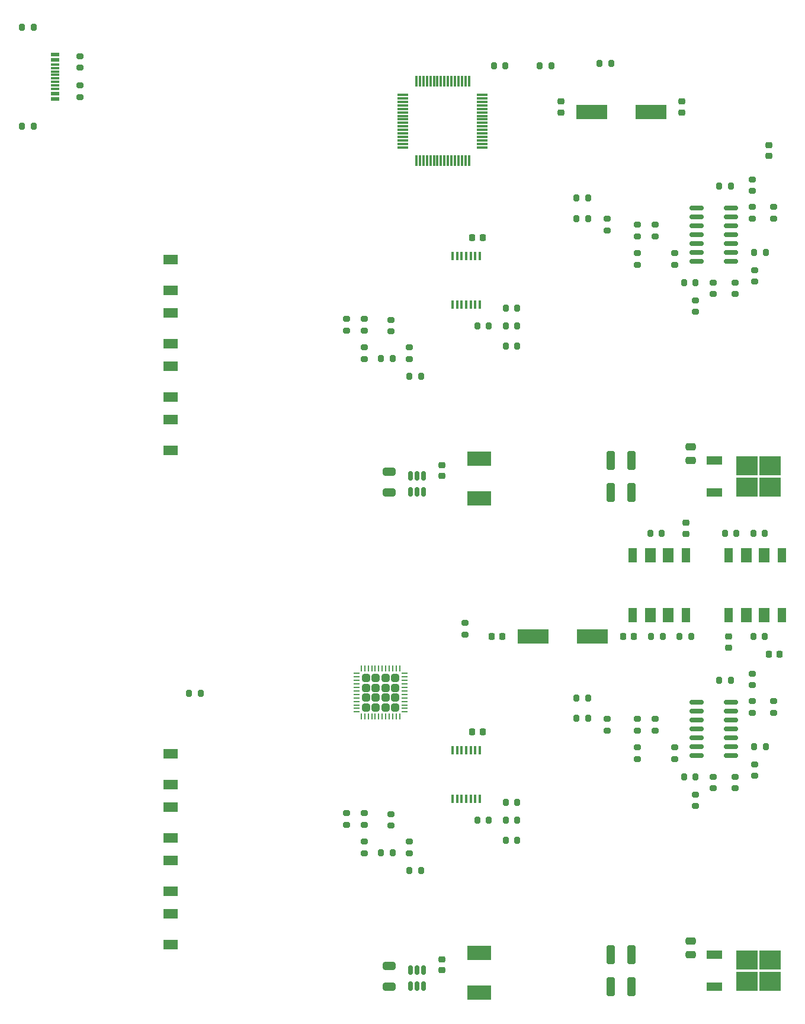
<source format=gbr>
%TF.GenerationSoftware,KiCad,Pcbnew,(6.0.7)*%
%TF.CreationDate,2022-10-24T14:53:43-04:00*%
%TF.ProjectId,LabPowerSupply,4c616250-6f77-4657-9253-7570706c792e,rev?*%
%TF.SameCoordinates,Original*%
%TF.FileFunction,Paste,Bot*%
%TF.FilePolarity,Positive*%
%FSLAX46Y46*%
G04 Gerber Fmt 4.6, Leading zero omitted, Abs format (unit mm)*
G04 Created by KiCad (PCBNEW (6.0.7)) date 2022-10-24 14:53:43*
%MOMM*%
%LPD*%
G01*
G04 APERTURE LIST*
G04 Aperture macros list*
%AMRoundRect*
0 Rectangle with rounded corners*
0 $1 Rounding radius*
0 $2 $3 $4 $5 $6 $7 $8 $9 X,Y pos of 4 corners*
0 Add a 4 corners polygon primitive as box body*
4,1,4,$2,$3,$4,$5,$6,$7,$8,$9,$2,$3,0*
0 Add four circle primitives for the rounded corners*
1,1,$1+$1,$2,$3*
1,1,$1+$1,$4,$5*
1,1,$1+$1,$6,$7*
1,1,$1+$1,$8,$9*
0 Add four rect primitives between the rounded corners*
20,1,$1+$1,$2,$3,$4,$5,0*
20,1,$1+$1,$4,$5,$6,$7,0*
20,1,$1+$1,$6,$7,$8,$9,0*
20,1,$1+$1,$8,$9,$2,$3,0*%
G04 Aperture macros list end*
%ADD10RoundRect,0.250000X-0.650000X0.325000X-0.650000X-0.325000X0.650000X-0.325000X0.650000X0.325000X0*%
%ADD11RoundRect,0.225000X-0.250000X0.225000X-0.250000X-0.225000X0.250000X-0.225000X0.250000X0.225000X0*%
%ADD12RoundRect,0.200000X0.275000X-0.200000X0.275000X0.200000X-0.275000X0.200000X-0.275000X-0.200000X0*%
%ADD13RoundRect,0.200000X0.200000X0.275000X-0.200000X0.275000X-0.200000X-0.275000X0.200000X-0.275000X0*%
%ADD14R,2.100000X1.400000*%
%ADD15RoundRect,0.250000X-0.325000X-1.100000X0.325000X-1.100000X0.325000X1.100000X-0.325000X1.100000X0*%
%ADD16RoundRect,0.200000X-0.200000X-0.275000X0.200000X-0.275000X0.200000X0.275000X-0.200000X0.275000X0*%
%ADD17RoundRect,0.200000X-0.275000X0.200000X-0.275000X-0.200000X0.275000X-0.200000X0.275000X0.200000X0*%
%ADD18RoundRect,0.075000X0.700000X0.075000X-0.700000X0.075000X-0.700000X-0.075000X0.700000X-0.075000X0*%
%ADD19RoundRect,0.075000X0.075000X0.700000X-0.075000X0.700000X-0.075000X-0.700000X0.075000X-0.700000X0*%
%ADD20R,0.400000X1.200000*%
%ADD21R,1.170000X2.000000*%
%ADD22R,1.520000X2.000000*%
%ADD23RoundRect,0.225000X0.250000X-0.225000X0.250000X0.225000X-0.250000X0.225000X-0.250000X-0.225000X0*%
%ADD24R,3.050000X2.750000*%
%ADD25R,2.200000X1.200000*%
%ADD26R,3.400000X2.000000*%
%ADD27RoundRect,0.250000X0.475000X-0.250000X0.475000X0.250000X-0.475000X0.250000X-0.475000X-0.250000X0*%
%ADD28RoundRect,0.225000X-0.225000X-0.250000X0.225000X-0.250000X0.225000X0.250000X-0.225000X0.250000X0*%
%ADD29RoundRect,0.225000X0.225000X0.250000X-0.225000X0.250000X-0.225000X-0.250000X0.225000X-0.250000X0*%
%ADD30RoundRect,0.150000X0.825000X0.150000X-0.825000X0.150000X-0.825000X-0.150000X0.825000X-0.150000X0*%
%ADD31R,4.500000X2.000000*%
%ADD32RoundRect,0.250000X0.315000X0.315000X-0.315000X0.315000X-0.315000X-0.315000X0.315000X-0.315000X0*%
%ADD33RoundRect,0.062500X0.375000X0.062500X-0.375000X0.062500X-0.375000X-0.062500X0.375000X-0.062500X0*%
%ADD34RoundRect,0.062500X0.062500X0.375000X-0.062500X0.375000X-0.062500X-0.375000X0.062500X-0.375000X0*%
%ADD35RoundRect,0.150000X0.150000X-0.512500X0.150000X0.512500X-0.150000X0.512500X-0.150000X-0.512500X0*%
%ADD36R,1.160000X0.600000*%
%ADD37R,1.160000X0.300000*%
G04 APERTURE END LIST*
D10*
%TO.C,C1_5V1*%
X90424000Y-96696000D03*
X90424000Y-99646000D03*
%TD*%
D11*
%TO.C,C2_5V1*%
X97917000Y-95745000D03*
X97917000Y-97295000D03*
%TD*%
D12*
%TO.C,R31_SVR1*%
X86868000Y-80581000D03*
X86868000Y-78931000D03*
%TD*%
%TO.C,R_USB2*%
X46228000Y-43180000D03*
X46228000Y-41530000D03*
%TD*%
%TO.C,R91_OA2*%
X125857000Y-137731000D03*
X125857000Y-136081000D03*
%TD*%
D13*
%TO.C,R13_LVR1*%
X108697000Y-78767500D03*
X107047000Y-78767500D03*
%TD*%
D14*
%TO.C,D2_BR1*%
X59192000Y-66380000D03*
X59192000Y-70780000D03*
%TD*%
D15*
%TO.C,C3_5V2*%
X122096000Y-170307000D03*
X125046000Y-170307000D03*
%TD*%
D16*
%TO.C,R_Reset1*%
X120460000Y-38354000D03*
X122110000Y-38354000D03*
%TD*%
D13*
%TO.C,R7_SVR2*%
X94932000Y-153705000D03*
X93282000Y-153705000D03*
%TD*%
D10*
%TO.C,C1_5V2*%
X90424000Y-167308000D03*
X90424000Y-170258000D03*
%TD*%
D16*
%TO.C,R2_SVR1*%
X89218000Y-80518000D03*
X90868000Y-80518000D03*
%TD*%
D17*
%TO.C,R12_OA2*%
X142272500Y-129477000D03*
X142272500Y-131127000D03*
%TD*%
D13*
%TO.C,R_Reset2*%
X63436000Y-128397000D03*
X61786000Y-128397000D03*
%TD*%
D16*
%TO.C,R4_LVR2*%
X102983000Y-146458500D03*
X104633000Y-146458500D03*
%TD*%
D18*
%TO.C,MCU_1*%
X103719000Y-42859000D03*
X103719000Y-43359000D03*
X103719000Y-43859000D03*
X103719000Y-44359000D03*
X103719000Y-44859000D03*
X103719000Y-45359000D03*
X103719000Y-45859000D03*
X103719000Y-46359000D03*
X103719000Y-46859000D03*
X103719000Y-47359000D03*
X103719000Y-47859000D03*
X103719000Y-48359000D03*
X103719000Y-48859000D03*
X103719000Y-49359000D03*
X103719000Y-49859000D03*
X103719000Y-50359000D03*
D19*
X101794000Y-52284000D03*
X101294000Y-52284000D03*
X100794000Y-52284000D03*
X100294000Y-52284000D03*
X99794000Y-52284000D03*
X99294000Y-52284000D03*
X98794000Y-52284000D03*
X98294000Y-52284000D03*
X97794000Y-52284000D03*
X97294000Y-52284000D03*
X96794000Y-52284000D03*
X96294000Y-52284000D03*
X95794000Y-52284000D03*
X95294000Y-52284000D03*
X94794000Y-52284000D03*
X94294000Y-52284000D03*
D18*
X92369000Y-50359000D03*
X92369000Y-49859000D03*
X92369000Y-49359000D03*
X92369000Y-48859000D03*
X92369000Y-48359000D03*
X92369000Y-47859000D03*
X92369000Y-47359000D03*
X92369000Y-46859000D03*
X92369000Y-46359000D03*
X92369000Y-45859000D03*
X92369000Y-45359000D03*
X92369000Y-44859000D03*
X92369000Y-44359000D03*
X92369000Y-43859000D03*
X92369000Y-43359000D03*
X92369000Y-42859000D03*
D19*
X94294000Y-40934000D03*
X94794000Y-40934000D03*
X95294000Y-40934000D03*
X95794000Y-40934000D03*
X96294000Y-40934000D03*
X96794000Y-40934000D03*
X97294000Y-40934000D03*
X97794000Y-40934000D03*
X98294000Y-40934000D03*
X98794000Y-40934000D03*
X99294000Y-40934000D03*
X99794000Y-40934000D03*
X100294000Y-40934000D03*
X100794000Y-40934000D03*
X101294000Y-40934000D03*
X101794000Y-40934000D03*
%TD*%
D20*
%TO.C,Inverter2*%
X103345000Y-143431500D03*
X102695000Y-143431500D03*
X102045000Y-143431500D03*
X101395000Y-143431500D03*
X100745000Y-143431500D03*
X100095000Y-143431500D03*
X99445000Y-143431500D03*
X99445000Y-136531500D03*
X100095000Y-136531500D03*
X100745000Y-136531500D03*
X101395000Y-136531500D03*
X102045000Y-136531500D03*
X102695000Y-136531500D03*
X103345000Y-136531500D03*
%TD*%
D21*
%TO.C,Optocoupler1*%
X138938000Y-108603000D03*
D22*
X141478000Y-108603000D03*
X144018000Y-108603000D03*
D21*
X146558000Y-108603000D03*
X146558000Y-117203000D03*
D22*
X144018000Y-117203000D03*
X141478000Y-117203000D03*
D21*
X138938000Y-117203000D03*
%TD*%
D17*
%TO.C,R_USB1*%
X46228000Y-37339000D03*
X46228000Y-38989000D03*
%TD*%
D13*
%TO.C,R2_LVR2*%
X108697000Y-143920500D03*
X107047000Y-143920500D03*
%TD*%
D14*
%TO.C,D1_BR1*%
X59192000Y-74000000D03*
X59192000Y-78400000D03*
%TD*%
D13*
%TO.C,R22_CS2*%
X118808000Y-131953000D03*
X117158000Y-131953000D03*
%TD*%
D16*
%TO.C,R4_LVR1*%
X102983000Y-75846500D03*
X104633000Y-75846500D03*
%TD*%
D23*
%TO.C,C_OPT2*%
X138938000Y-121806000D03*
X138938000Y-120256000D03*
%TD*%
D13*
%TO.C,R22_CS1*%
X118808000Y-60516000D03*
X117158000Y-60516000D03*
%TD*%
D16*
%TO.C,R_OPT2*%
X131890000Y-120269000D03*
X133540000Y-120269000D03*
%TD*%
D12*
%TO.C,R32_SVR1*%
X86868000Y-76517000D03*
X86868000Y-74867000D03*
%TD*%
D17*
%TO.C,R10_OA2*%
X128397000Y-132017000D03*
X128397000Y-133667000D03*
%TD*%
D23*
%TO.C,C5_SVR1*%
X144653000Y-51575000D03*
X144653000Y-50025000D03*
%TD*%
D17*
%TO.C,R7_OA2*%
X131223500Y-136081000D03*
X131223500Y-137731000D03*
%TD*%
D11*
%TO.C,C2_5V2*%
X97917000Y-166357000D03*
X97917000Y-167907000D03*
%TD*%
D13*
%TO.C,R2_Boot1*%
X106997000Y-38735000D03*
X105347000Y-38735000D03*
%TD*%
%TO.C,R13_LVR2*%
X108697000Y-149379500D03*
X107047000Y-149379500D03*
%TD*%
D11*
%TO.C,C_OPT1*%
X132842000Y-104000000D03*
X132842000Y-105550000D03*
%TD*%
D13*
%TO.C,R_CC2*%
X39560000Y-33211000D03*
X37910000Y-33211000D03*
%TD*%
D16*
%TO.C,R1_Boot1*%
X111926000Y-38735000D03*
X113576000Y-38735000D03*
%TD*%
D12*
%TO.C,R11_OA2*%
X136684500Y-141922000D03*
X136684500Y-140272000D03*
%TD*%
D17*
%TO.C,R6_SVR1*%
X84328000Y-74867000D03*
X84328000Y-76517000D03*
%TD*%
D24*
%TO.C,U_3V1*%
X141522000Y-98933000D03*
X144872000Y-98933000D03*
X141522000Y-95883000D03*
X144872000Y-95883000D03*
D25*
X136897000Y-99688000D03*
X136897000Y-95128000D03*
%TD*%
D12*
%TO.C,R41_SVR2*%
X90678000Y-147256000D03*
X90678000Y-145606000D03*
%TD*%
D26*
%TO.C,L_5V1*%
X103251000Y-94813000D03*
X103251000Y-100513000D03*
%TD*%
D27*
%TO.C,C2_3V2*%
X133477000Y-165669000D03*
X133477000Y-163769000D03*
%TD*%
D12*
%TO.C,R2_OA1*%
X145320500Y-60515000D03*
X145320500Y-58865000D03*
%TD*%
D13*
%TO.C,R7_SVR1*%
X94932000Y-83093000D03*
X93282000Y-83093000D03*
%TD*%
D16*
%TO.C,R6_OA1*%
X142590500Y-65405000D03*
X144240500Y-65405000D03*
%TD*%
%TO.C,R6_OA2*%
X142590500Y-136017000D03*
X144240500Y-136017000D03*
%TD*%
D13*
%TO.C,R3_LVR2*%
X108697000Y-146460500D03*
X107047000Y-146460500D03*
%TD*%
D16*
%TO.C,R3_CS2*%
X117158000Y-129032000D03*
X118808000Y-129032000D03*
%TD*%
D13*
%TO.C,R2_LVR1*%
X108697000Y-73308500D03*
X107047000Y-73308500D03*
%TD*%
D12*
%TO.C,R4_OA2*%
X134144500Y-144462000D03*
X134144500Y-142812000D03*
%TD*%
D16*
%TO.C,R_OPT5*%
X142431000Y-105537000D03*
X144081000Y-105537000D03*
%TD*%
%TO.C,R2_SVR2*%
X89218000Y-151130000D03*
X90868000Y-151130000D03*
%TD*%
D12*
%TO.C,R11_OA1*%
X136684500Y-71310000D03*
X136684500Y-69660000D03*
%TD*%
%TO.C,R41_SVR1*%
X90678000Y-76644000D03*
X90678000Y-74994000D03*
%TD*%
D28*
%TO.C,C1_Y2*%
X105016000Y-120269000D03*
X106566000Y-120269000D03*
%TD*%
D12*
%TO.C,R4_OA1*%
X134144500Y-73850000D03*
X134144500Y-72200000D03*
%TD*%
D13*
%TO.C,R8_OA2*%
X134207500Y-140335000D03*
X132557500Y-140335000D03*
%TD*%
D12*
%TO.C,R52_OA1*%
X142653500Y-69532000D03*
X142653500Y-67882000D03*
%TD*%
%TO.C,R21_CS1*%
X121539000Y-62230000D03*
X121539000Y-60580000D03*
%TD*%
D17*
%TO.C,R7_OA1*%
X131223500Y-65469000D03*
X131223500Y-67119000D03*
%TD*%
D15*
%TO.C,C1_3V1*%
X122096000Y-95123000D03*
X125046000Y-95123000D03*
%TD*%
D17*
%TO.C,R10_OA1*%
X128397000Y-61405000D03*
X128397000Y-63055000D03*
%TD*%
D12*
%TO.C,R1_Boot2*%
X101219000Y-119951000D03*
X101219000Y-118301000D03*
%TD*%
%TO.C,R92_OA2*%
X125857000Y-133667000D03*
X125857000Y-132017000D03*
%TD*%
%TO.C,R42_SVR2*%
X93281500Y-151193000D03*
X93281500Y-149543000D03*
%TD*%
%TO.C,R91_OA1*%
X125857000Y-67119000D03*
X125857000Y-65469000D03*
%TD*%
D28*
%TO.C,C_INV2*%
X102222000Y-133858000D03*
X103772000Y-133858000D03*
%TD*%
D17*
%TO.C,R51_OA1*%
X139859500Y-69660000D03*
X139859500Y-71310000D03*
%TD*%
D14*
%TO.C,D4_BR1*%
X59192000Y-93640000D03*
X59192000Y-89240000D03*
%TD*%
D21*
%TO.C,Optocoupler2*%
X132842000Y-117203000D03*
D22*
X130302000Y-117203000D03*
X127762000Y-117203000D03*
D21*
X125222000Y-117203000D03*
X125222000Y-108603000D03*
D22*
X127762000Y-108603000D03*
X130302000Y-108603000D03*
D21*
X132842000Y-108603000D03*
%TD*%
D14*
%TO.C,D3_BR1*%
X59192000Y-86020000D03*
X59192000Y-81620000D03*
%TD*%
D13*
%TO.C,R_OPT4*%
X144081000Y-120269000D03*
X142431000Y-120269000D03*
%TD*%
D29*
%TO.C,C2_Y2*%
X125362000Y-120269000D03*
X123812000Y-120269000D03*
%TD*%
D14*
%TO.C,D2_BR2*%
X59192000Y-136992000D03*
X59192000Y-141392000D03*
%TD*%
D24*
%TO.C,U_3V2*%
X141522000Y-166495000D03*
X141522000Y-169545000D03*
X144872000Y-169545000D03*
X144872000Y-166495000D03*
D25*
X136897000Y-170300000D03*
X136897000Y-165740000D03*
%TD*%
D12*
%TO.C,R32_SVR2*%
X86868000Y-147129000D03*
X86868000Y-145479000D03*
%TD*%
D26*
%TO.C,L_5V2*%
X103251000Y-165425000D03*
X103251000Y-171125000D03*
%TD*%
D17*
%TO.C,R12_OA1*%
X142272500Y-58865000D03*
X142272500Y-60515000D03*
%TD*%
D12*
%TO.C,R52_OA2*%
X142653500Y-140144000D03*
X142653500Y-138494000D03*
%TD*%
D30*
%TO.C,OpAmp1*%
X139286500Y-59055000D03*
X139286500Y-60325000D03*
X139286500Y-61595000D03*
X139286500Y-62865000D03*
X139286500Y-64135000D03*
X139286500Y-65405000D03*
X139286500Y-66675000D03*
X134336500Y-66675000D03*
X134336500Y-65405000D03*
X134336500Y-64135000D03*
X134336500Y-62865000D03*
X134336500Y-61595000D03*
X134336500Y-60325000D03*
X134336500Y-59055000D03*
%TD*%
D15*
%TO.C,C3_5V1*%
X122096000Y-99695000D03*
X125046000Y-99695000D03*
%TD*%
D12*
%TO.C,R42_SVR1*%
X93281500Y-80581000D03*
X93281500Y-78931000D03*
%TD*%
D14*
%TO.C,D4_BR2*%
X59192000Y-164252000D03*
X59192000Y-159852000D03*
%TD*%
D16*
%TO.C,R3_CS1*%
X117158000Y-57595000D03*
X118808000Y-57595000D03*
%TD*%
D11*
%TO.C,C2_Y1*%
X132207000Y-43802000D03*
X132207000Y-45352000D03*
%TD*%
D13*
%TO.C,R8_OA1*%
X134207500Y-69723000D03*
X132557500Y-69723000D03*
%TD*%
D28*
%TO.C,C5_SVR2*%
X144640000Y-122809000D03*
X146190000Y-122809000D03*
%TD*%
D15*
%TO.C,C1_3V2*%
X122096000Y-165735000D03*
X125046000Y-165735000D03*
%TD*%
D31*
%TO.C,Y2*%
X119439000Y-120269000D03*
X110939000Y-120269000D03*
%TD*%
D12*
%TO.C,R31_SVR2*%
X86868000Y-151193000D03*
X86868000Y-149543000D03*
%TD*%
D11*
%TO.C,C1_Y1*%
X114935000Y-43802000D03*
X114935000Y-45352000D03*
%TD*%
D12*
%TO.C,R92_OA1*%
X125857000Y-63055000D03*
X125857000Y-61405000D03*
%TD*%
D31*
%TO.C,Y1*%
X127821000Y-45339000D03*
X119321000Y-45339000D03*
%TD*%
D12*
%TO.C,R21_CS2*%
X121539000Y-133667000D03*
X121539000Y-132017000D03*
%TD*%
%TO.C,R2_OA2*%
X145320500Y-131127000D03*
X145320500Y-129477000D03*
%TD*%
D30*
%TO.C,OpAmp2*%
X139286500Y-129667000D03*
X139286500Y-130937000D03*
X139286500Y-132207000D03*
X139286500Y-133477000D03*
X139286500Y-134747000D03*
X139286500Y-136017000D03*
X139286500Y-137287000D03*
X134336500Y-137287000D03*
X134336500Y-136017000D03*
X134336500Y-134747000D03*
X134336500Y-133477000D03*
X134336500Y-132207000D03*
X134336500Y-130937000D03*
X134336500Y-129667000D03*
%TD*%
D16*
%TO.C,R_OPT1*%
X138367000Y-105537000D03*
X140017000Y-105537000D03*
%TD*%
D13*
%TO.C,R_CC1*%
X39560000Y-47308000D03*
X37910000Y-47308000D03*
%TD*%
D17*
%TO.C,R13_OA2*%
X142272500Y-125540000D03*
X142272500Y-127190000D03*
%TD*%
D32*
%TO.C,MCU_2*%
X89854000Y-128970000D03*
X88454000Y-127570000D03*
X88454000Y-126170000D03*
X91254000Y-126170000D03*
X87054000Y-128970000D03*
X87054000Y-126170000D03*
X91254000Y-130370000D03*
X89854000Y-126170000D03*
X89854000Y-127570000D03*
X91254000Y-128970000D03*
X91254000Y-127570000D03*
X88454000Y-130370000D03*
X87054000Y-127570000D03*
X88454000Y-128970000D03*
X89854000Y-130370000D03*
X87054000Y-130370000D03*
D33*
X92591500Y-125520000D03*
X92591500Y-126020000D03*
X92591500Y-126520000D03*
X92591500Y-127020000D03*
X92591500Y-127520000D03*
X92591500Y-128020000D03*
X92591500Y-128520000D03*
X92591500Y-129020000D03*
X92591500Y-129520000D03*
X92591500Y-130020000D03*
X92591500Y-130520000D03*
X92591500Y-131020000D03*
D34*
X91904000Y-131707500D03*
X91404000Y-131707500D03*
X90904000Y-131707500D03*
X90404000Y-131707500D03*
X89904000Y-131707500D03*
X89404000Y-131707500D03*
X88904000Y-131707500D03*
X88404000Y-131707500D03*
X87904000Y-131707500D03*
X87404000Y-131707500D03*
X86904000Y-131707500D03*
X86404000Y-131707500D03*
D33*
X85716500Y-131020000D03*
X85716500Y-130520000D03*
X85716500Y-130020000D03*
X85716500Y-129520000D03*
X85716500Y-129020000D03*
X85716500Y-128520000D03*
X85716500Y-128020000D03*
X85716500Y-127520000D03*
X85716500Y-127020000D03*
X85716500Y-126520000D03*
X85716500Y-126020000D03*
X85716500Y-125520000D03*
D34*
X86404000Y-124832500D03*
X86904000Y-124832500D03*
X87404000Y-124832500D03*
X87904000Y-124832500D03*
X88404000Y-124832500D03*
X88904000Y-124832500D03*
X89404000Y-124832500D03*
X89904000Y-124832500D03*
X90404000Y-124832500D03*
X90904000Y-124832500D03*
X91404000Y-124832500D03*
X91904000Y-124832500D03*
%TD*%
D13*
%TO.C,R3_OA1*%
X139211300Y-55880000D03*
X137561300Y-55880000D03*
%TD*%
D17*
%TO.C,R13_OA1*%
X142272500Y-54928000D03*
X142272500Y-56578000D03*
%TD*%
D16*
%TO.C,R_OPT6*%
X127826000Y-120269000D03*
X129476000Y-120269000D03*
%TD*%
D13*
%TO.C,R3_LVR1*%
X108697000Y-75848500D03*
X107047000Y-75848500D03*
%TD*%
D35*
%TO.C,U_5V2*%
X95311000Y-170174500D03*
X94361000Y-170174500D03*
X93411000Y-170174500D03*
X93411000Y-167899500D03*
X94361000Y-167899500D03*
X95311000Y-167899500D03*
%TD*%
D28*
%TO.C,C_INV1*%
X102222000Y-63246000D03*
X103772000Y-63246000D03*
%TD*%
D27*
%TO.C,C2_3V1*%
X133477000Y-95057000D03*
X133477000Y-93157000D03*
%TD*%
D13*
%TO.C,R3_OA2*%
X139211300Y-126492000D03*
X137561300Y-126492000D03*
%TD*%
D14*
%TO.C,D1_BR2*%
X59192000Y-144612000D03*
X59192000Y-149012000D03*
%TD*%
D16*
%TO.C,R_OPT3*%
X127699000Y-105537000D03*
X129349000Y-105537000D03*
%TD*%
D17*
%TO.C,R6_SVR2*%
X84328000Y-145479000D03*
X84328000Y-147129000D03*
%TD*%
D36*
%TO.C,J_USB1*%
X42642000Y-43459000D03*
X42642000Y-42659000D03*
D37*
X42642000Y-41509000D03*
X42642000Y-40509000D03*
X42642000Y-40009000D03*
X42642000Y-39009000D03*
D36*
X42642000Y-37859000D03*
X42642000Y-37059000D03*
X42642000Y-37059000D03*
X42642000Y-37859000D03*
D37*
X42642000Y-38509000D03*
X42642000Y-39509000D03*
X42642000Y-41009000D03*
X42642000Y-42009000D03*
D36*
X42642000Y-42659000D03*
X42642000Y-43459000D03*
%TD*%
D14*
%TO.C,D3_BR2*%
X59192000Y-156632000D03*
X59192000Y-152232000D03*
%TD*%
D35*
%TO.C,U_5V1*%
X95311000Y-99562500D03*
X94361000Y-99562500D03*
X93411000Y-99562500D03*
X93411000Y-97287500D03*
X94361000Y-97287500D03*
X95311000Y-97287500D03*
%TD*%
D20*
%TO.C,Inverter1*%
X103345000Y-72819500D03*
X102695000Y-72819500D03*
X102045000Y-72819500D03*
X101395000Y-72819500D03*
X100745000Y-72819500D03*
X100095000Y-72819500D03*
X99445000Y-72819500D03*
X99445000Y-65919500D03*
X100095000Y-65919500D03*
X100745000Y-65919500D03*
X101395000Y-65919500D03*
X102045000Y-65919500D03*
X102695000Y-65919500D03*
X103345000Y-65919500D03*
%TD*%
D17*
%TO.C,R51_OA2*%
X139859500Y-140272000D03*
X139859500Y-141922000D03*
%TD*%
M02*

</source>
